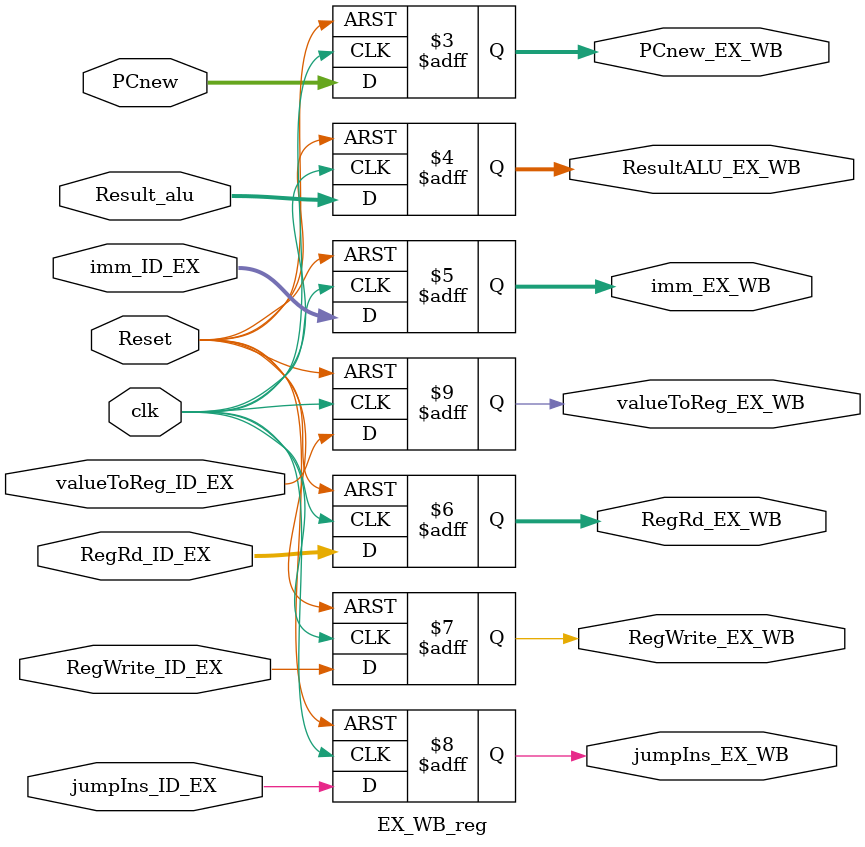
<source format=v>
`timescale 1ns / 1ps


module EX_WB_reg(

    input [7:0] PCnew,
    input [7:0] Result_alu,
    input [7:0] imm_ID_EX,
    input [4:0] RegRd_ID_EX,
    input RegWrite_ID_EX,
    input jumpIns_ID_EX,
    input valueToReg_ID_EX,
    
    output reg [7:0] PCnew_EX_WB,
    output reg [7:0] ResultALU_EX_WB,
    output reg [7:0] imm_EX_WB,
    output reg [4:0] RegRd_EX_WB,
    output reg RegWrite_EX_WB,
    output reg jumpIns_EX_WB,
    output reg valueToReg_EX_WB,
    
    input clk,
    input Reset
    );
     
    always@(posedge clk, negedge Reset)
    begin
        if(Reset==0)
        begin
            PCnew_EX_WB <=0;
            ResultALU_EX_WB <=0;
            imm_EX_WB <=0;
            RegRd_EX_WB <=0;
            RegWrite_EX_WB <= 0;
            jumpIns_EX_WB <=0;
            valueToReg_EX_WB <=0;
        end
        
        else
        begin
            PCnew_EX_WB <= PCnew;
            ResultALU_EX_WB <= Result_alu;
            imm_EX_WB <= imm_ID_EX;
            RegRd_EX_WB <= RegRd_ID_EX;
            RegWrite_EX_WB <= RegWrite_ID_EX;
            jumpIns_EX_WB <= jumpIns_ID_EX;
            valueToReg_EX_WB <= valueToReg_ID_EX;
        end
    end
endmodule



</source>
